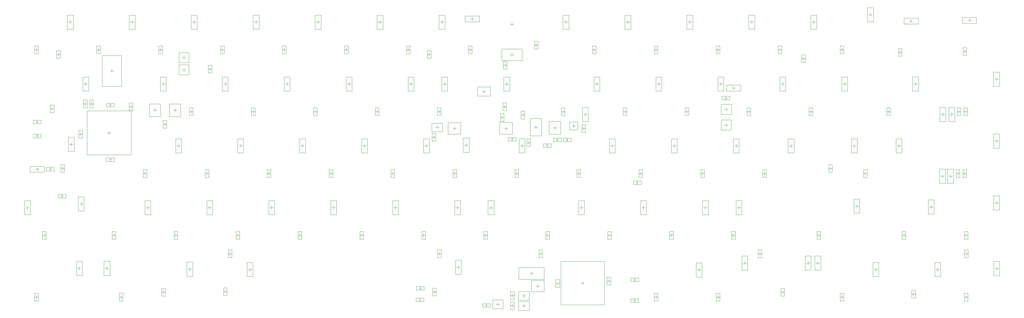
<source format=gbr>
%FSTAX23Y23*%
%MOIN*%
%SFA1B1*%

%IPPOS*%
%ADD146C,0.003937*%
%ADD147C,0.001969*%
%LNquadcube_65_pcb_mechanical_15-1*%
%LPD*%
G54D146*
X1195Y06782D02*
Y06825D01*
X12045Y06782D02*
Y06825D01*
X1195Y06782D02*
X12045D01*
X1195Y06825D02*
X12045D01*
X11979Y06804D02*
X12016D01*
X11998Y06785D02*
Y06822D01*
X11329Y07415D02*
X11373D01*
X11329Y07509D02*
X11373D01*
Y07415D02*
Y07509D01*
X11329Y07415D02*
Y07509D01*
X11351Y07443D02*
Y07481D01*
X11332Y07462D02*
X1137D01*
X14625Y07231D02*
Y0727D01*
X14606Y0725D02*
X14645D01*
X14658Y065D02*
Y0654D01*
X14638Y0652D02*
X14678D01*
X14165Y05829D02*
X14204D01*
X14185Y0581D02*
Y05849D01*
X12747Y05726D02*
Y05765D01*
X12727Y05746D02*
X12766D01*
X06993Y05483D02*
X0703D01*
X07011Y05464D02*
Y05501D01*
X0699Y05436D02*
Y0553D01*
X07033Y05436D02*
Y0553D01*
X0699D02*
X07033D01*
X0699Y05436D02*
X07033D01*
X06245Y05476D02*
X06282D01*
X06263Y05457D02*
Y05495D01*
X06242Y05429D02*
Y05523D01*
X06285Y05429D02*
Y05523D01*
X06242D02*
X06285D01*
X06242Y05429D02*
X06285D01*
X05732Y05417D02*
X05769D01*
X0575Y05398D02*
Y05436D01*
X05729Y0537D02*
Y05464D01*
X05772Y0537D02*
Y05464D01*
X05729D02*
X05772D01*
X05729Y0537D02*
X05772D01*
X14886Y05731D02*
Y05771D01*
X14866Y05751D02*
X14906D01*
X09833Y05758D02*
Y05798D01*
X09813Y05778D02*
X09853D01*
X07311Y05731D02*
Y0577D01*
X07291Y0575D02*
X0733D01*
X11013Y05534D02*
X11057D01*
X11013Y05628D02*
X11057D01*
Y05534D02*
Y05628D01*
X11013Y05534D02*
Y05628D01*
X11035Y05562D02*
Y056D01*
X11016Y05581D02*
X11054D01*
X11633Y0566D02*
X11677D01*
X11633Y05565D02*
X11677D01*
X11633D02*
Y0566D01*
X11677Y05565D02*
Y0566D01*
X11655Y05594D02*
Y05631D01*
X11636Y05613D02*
X11674D01*
X10663Y07243D02*
X10706D01*
X10663Y07337D02*
X10706D01*
Y07243D02*
Y07337D01*
X10663Y07243D02*
Y07337D01*
X10685Y07271D02*
Y07309D01*
X10666Y0729D02*
X10703D01*
X06805Y08135D02*
X06848D01*
X06805Y0823D02*
X06848D01*
Y08135D02*
Y0823D01*
X06805Y08135D02*
Y0823D01*
X06826Y08164D02*
Y08201D01*
X06808Y08183D02*
X06845D01*
X10379Y08275D02*
X10423D01*
X10379Y08181D02*
X10423D01*
X10379D02*
Y08275D01*
X10423Y08181D02*
Y08275D01*
X10401Y08209D02*
Y08247D01*
X10382Y08228D02*
X1042D01*
X10465Y05265D02*
X10508D01*
X10465Y0536D02*
X10508D01*
Y05265D02*
Y0536D01*
X10465Y05265D02*
Y0536D01*
X10487Y05294D02*
Y05331D01*
X10468Y05312D02*
X10505D01*
X1587Y07619D02*
X15913D01*
X1587Y07713D02*
X15913D01*
Y07619D02*
Y07713D01*
X1587Y07619D02*
Y07713D01*
X15891Y07647D02*
Y07685D01*
X15873Y07666D02*
X1591D01*
X15806Y07612D02*
Y07651D01*
X15786Y07631D02*
X15825D01*
X15697Y07612D02*
Y07651D01*
X15678Y07631D02*
X15717D01*
X14458Y08416D02*
X14496D01*
X14477Y08397D02*
Y08435D01*
X14455Y08369D02*
Y08463D01*
X14499Y08369D02*
Y08463D01*
X14455D02*
X14499D01*
X14455Y08369D02*
X14499D01*
X14821Y0882D02*
Y0886D01*
X14802Y0884D02*
X14841D01*
X15792Y06862D02*
Y06901D01*
X15772Y06881D02*
X15812D01*
X15694Y06862D02*
Y06901D01*
X15675Y06881D02*
X15714D01*
X07048Y05989D02*
X07091D01*
X07048Y05894D02*
X07091D01*
X07048D02*
Y05989D01*
X07091Y05894D02*
Y05989D01*
X07069Y05923D02*
Y0596D01*
X07051Y05941D02*
X07088D01*
X13462Y05989D02*
X13505D01*
X13462Y05894D02*
X13505D01*
X13462D02*
Y05989D01*
X13505Y05894D02*
Y05989D01*
X13484Y05923D02*
Y0596D01*
X13465Y05941D02*
X13502D01*
X05604Y07388D02*
Y07428D01*
X05584Y07408D02*
X05624D01*
X11338Y05565D02*
Y05605D01*
X11318Y05585D02*
X11358D01*
X10482Y08704D02*
Y08744D01*
X10462Y08724D02*
X10501D01*
X10311Y0531D02*
Y05349D01*
X10291Y05329D02*
X1033D01*
X09372Y05504D02*
Y05542D01*
X09353Y05523D02*
X0939D01*
X09324Y05545D02*
X09419D01*
X09324Y05501D02*
X09419D01*
Y05545*
X09324Y05501D02*
Y05545D01*
X10468Y05436D02*
X10505D01*
X10487Y05417D02*
Y05454D01*
X10508Y05388D02*
Y05483D01*
X10465Y05388D02*
Y05483D01*
Y05388D02*
X10508D01*
X10465Y05483D02*
X10508D01*
X09369Y05364D02*
Y05401D01*
X0935Y05382D02*
X09387D01*
X09321Y05404D02*
X09416D01*
X09321Y05361D02*
X09416D01*
Y05404*
X09321Y05361D02*
Y05404D01*
X04617Y06481D02*
Y0652D01*
X04597Y065D02*
X04636D01*
X04715Y06968D02*
X04754D01*
X04735Y06948D02*
Y06988D01*
X09584Y05942D02*
X09622D01*
X09603Y05924D02*
Y05961D01*
X09625Y05895D02*
Y0599D01*
X09581Y05895D02*
Y0599D01*
Y05895D02*
X09625D01*
X09581Y0599D02*
X09625D01*
X04687Y07518D02*
Y07562D01*
X04781Y07518D02*
Y07562D01*
X04687Y07518D02*
X04781D01*
X04687Y07562D02*
X04781D01*
X04715Y0754D02*
X04752D01*
X04734Y07521D02*
Y07559D01*
X04687Y07349D02*
Y07392D01*
X04782Y07349D02*
Y07392D01*
X04687Y07349D02*
X04782D01*
X04687Y07392D02*
X04782D01*
X04716Y07371D02*
X04753D01*
X04735Y07352D02*
Y07389D01*
X05572Y07063D02*
Y07107D01*
X05667Y07063D02*
Y07107D01*
X05572Y07063D02*
X05667D01*
X05572Y07107D02*
X05667D01*
X05601Y07085D02*
X05638D01*
X0562Y07066D02*
Y07104D01*
X05667Y07724D02*
Y07767D01*
X05572Y07724D02*
Y07767D01*
X05667*
X05572Y07724D02*
X05667D01*
X05601Y07746D02*
X05638D01*
X0562Y07727D02*
Y07764D01*
X05237Y07439D02*
X0528D01*
X05237Y07345D02*
X0528D01*
X05237D02*
Y07439D01*
X0528Y07345D02*
Y07439D01*
X05258Y07374D02*
Y07411D01*
X0524Y07392D02*
X05277D01*
X10809Y05989D02*
X10852D01*
X10809Y05894D02*
X10852D01*
X10809D02*
Y05989D01*
X10852Y05894D02*
Y05989D01*
X1083Y05923D02*
Y0596D01*
X10812Y05941D02*
X10849D01*
X04968Y08406D02*
X05011D01*
X04968Y08312D02*
X05011D01*
X04968D02*
Y08406D01*
X05011Y08312D02*
Y08406D01*
X0499Y0834D02*
Y08377D01*
X04971Y08359D02*
X05008D01*
X09457Y08406D02*
X095D01*
X09457Y08312D02*
X095D01*
X09457D02*
Y08406D01*
X095Y08312D02*
Y08406D01*
X09479Y0834D02*
Y08377D01*
X0946Y08359D02*
X09498D01*
X15963Y05989D02*
X16006D01*
X15963Y05894D02*
X16006D01*
X15963D02*
Y05989D01*
X16006Y05894D02*
Y05989D01*
X15985Y05923D02*
Y0596D01*
X15966Y05941D02*
X16003D01*
X10143Y07889D02*
Y07929D01*
X10124Y07909D02*
X10163D01*
X10064Y07854D02*
X10222D01*
X10064Y07964D02*
X10222D01*
X10064Y07854D02*
Y07964D01*
X10222Y07854D02*
Y07964D01*
X10437Y0731D02*
Y07353D01*
X10532Y0731D02*
Y07353D01*
X10437Y0731D02*
X10532D01*
X10437Y07353D02*
X10532D01*
X10466Y07331D02*
X10503D01*
X10485Y07312D02*
Y0735D01*
X0614Y07684D02*
X0618D01*
X0616Y07664D02*
Y07703D01*
X06091Y07607D02*
Y0776D01*
X06229Y07607D02*
Y0776D01*
X06091D02*
X06229D01*
X06091Y07607D02*
X06229D01*
X06384Y07684D02*
X06424D01*
X06404Y07664D02*
Y07703D01*
X06335Y07607D02*
Y0776D01*
X06473Y07607D02*
Y0776D01*
X06335D02*
X06473D01*
X06335Y07607D02*
X06473D01*
X09786Y07442D02*
Y07482D01*
X09766Y07462D02*
X09806D01*
X09709Y07531D02*
X09863D01*
X09709Y07393D02*
X09863D01*
Y07531*
X09709Y07393D02*
Y07531D01*
X04987Y0662D02*
Y06663D01*
X05081Y0662D02*
Y06663D01*
X04987Y0662D02*
X05081D01*
X04987Y06663D02*
X05081D01*
X05015Y06641D02*
X05053D01*
X05034Y06623D02*
Y0666D01*
X06259Y07559D02*
X06303D01*
X06259Y07464D02*
X06303D01*
X06259D02*
Y07559D01*
X06303Y07464D02*
Y07559D01*
X06281Y07493D02*
Y0753D01*
X06262Y07511D02*
X063D01*
X05373Y07713D02*
X05416D01*
X05373Y07808D02*
X05416D01*
Y07713D02*
Y07808D01*
X05373Y07713D02*
Y07808D01*
X05394Y07742D02*
Y07779D01*
X05375Y0776D02*
X05413D01*
X05296Y07713D02*
X05339D01*
X05296Y07808D02*
X05339D01*
Y07713D02*
Y07808D01*
X05296Y07713D02*
Y07808D01*
X05317Y07742D02*
Y07779D01*
X05299Y0776D02*
X05336D01*
X0494Y06946D02*
Y0699D01*
X04846Y06946D02*
Y0699D01*
X0494*
X04846Y06946D02*
X0494D01*
X04875Y06968D02*
X04912D01*
X04893Y06949D02*
Y06987D01*
X1586Y06869D02*
X15903D01*
X1586Y06963D02*
X15903D01*
Y06869D02*
Y06963D01*
X1586Y06869D02*
Y06963D01*
X15881Y06897D02*
Y06935D01*
X15863Y06916D02*
X159D01*
X10341Y07549D02*
X10384D01*
X10341Y07643D02*
X10384D01*
Y07549D02*
Y07643D01*
X10341Y07549D02*
Y07643D01*
X10363Y07577D02*
Y07615D01*
X10344Y07596D02*
X10381D01*
X13024Y07809D02*
Y07852D01*
X13119Y07809D02*
Y07852D01*
X13024Y07809D02*
X13119D01*
X13024Y07852D02*
X13119D01*
X13053Y0783D02*
X1309D01*
X13071Y07812D02*
Y07849D01*
X09515Y07402D02*
X09559D01*
X09515Y07308D02*
X09559D01*
X09515D02*
Y07402D01*
X09559Y07308D02*
Y07402D01*
X09537Y07336D02*
Y07374D01*
X09518Y07355D02*
X09556D01*
X13166Y07933D02*
Y07972D01*
X13146Y07952D02*
X13186D01*
X05639Y08138D02*
Y08178D01*
X0562Y08158D02*
X05659D01*
X10719Y05685D02*
Y05724D01*
X10699Y05704D02*
X10739D01*
X10482Y08336D02*
Y08375D01*
X10462Y08356D02*
X10501D01*
X11208Y07492D02*
X11248D01*
X11228Y07472D02*
Y07511D01*
X09577Y07454D02*
Y07494D01*
X09558Y07474D02*
X09597D01*
X09513Y07527D02*
X09641D01*
X09513Y07421D02*
X09641D01*
Y07527*
X09513Y07421D02*
Y07527D01*
X15167Y07231D02*
Y07271D01*
X15148Y07251D02*
X15187D01*
X1474Y06916D02*
X14777D01*
X14758Y06897D02*
Y06935D01*
X14737Y06869D02*
Y06963D01*
X1478Y06869D02*
Y06963D01*
X14737D02*
X1478D01*
X14737Y06869D02*
X1478D01*
X14317Y06975D02*
X14355D01*
X14336Y06956D02*
Y06994D01*
X14314Y06928D02*
Y07022D01*
X14358Y06928D02*
Y07022D01*
X14314D02*
X14358D01*
X14314Y06928D02*
X14358D01*
X14067Y0581D02*
Y05849D01*
X14048Y05829D02*
X14087D01*
X13742Y05475D02*
X13779D01*
X1376Y05456D02*
Y05494D01*
X13739Y05428D02*
Y05522D01*
X13782Y05428D02*
Y05522D01*
X13739D02*
X13782D01*
X13739Y05428D02*
X13782D01*
X13301Y0581D02*
Y05849D01*
X13281Y05829D02*
X1332D01*
X12958Y05416D02*
X12996D01*
X12977Y05397D02*
Y05435D01*
X12955Y05369D02*
Y05463D01*
X12999Y05369D02*
Y05463D01*
X12955D02*
X12999D01*
X12955Y05369D02*
X12999D01*
X06581Y05736D02*
Y05775D01*
X06562Y05755D02*
X06601D01*
X05578Y05747D02*
Y05786D01*
X05559Y05766D02*
X05598D01*
X04708Y05416D02*
X04746D01*
X04727Y05397D02*
Y05435D01*
X04705Y05369D02*
Y05463D01*
X04749Y05369D02*
Y05463D01*
X04705D02*
X04749D01*
X04705Y05369D02*
X04749D01*
X06074Y06481D02*
Y06521D01*
X06054Y06501D02*
X06093D01*
X05646Y06166D02*
X05683D01*
X05665Y06147D02*
Y06185D01*
X05643Y06119D02*
Y06213D01*
X05686Y06119D02*
Y06213D01*
X05643D02*
X05686D01*
X05643Y06119D02*
X05686D01*
X05246Y05746D02*
Y05785D01*
X05226Y05765D02*
X05265D01*
X05145Y07249D02*
Y07288D01*
X05125Y07268D02*
X05165D01*
X04802Y06166D02*
X0484D01*
X04821Y06147D02*
Y06185D01*
X04799Y06119D02*
Y06213D01*
X04843Y06119D02*
Y06213D01*
X04799D02*
X04843D01*
X04799Y06119D02*
X04843D01*
X05026Y06979D02*
X05063D01*
X05045Y0696D02*
Y06998D01*
X05023Y06932D02*
Y07026D01*
X05066Y06932D02*
Y07026D01*
X05023D02*
X05066D01*
X05023Y06932D02*
X05066D01*
X14458Y05416D02*
X14496D01*
X14477Y05397D02*
Y05435D01*
X14455Y05369D02*
Y05463D01*
X14499Y05369D02*
Y05463D01*
X14455D02*
X14499D01*
X14455Y05369D02*
X14499D01*
X15324Y05453D02*
X15362D01*
X15343Y05435D02*
Y05472D01*
X15321Y05406D02*
Y055D01*
X15365Y05406D02*
Y055D01*
X15321D02*
X15365D01*
X15321Y05406D02*
X15365D01*
X15636Y05731D02*
Y05771D01*
X15616Y05751D02*
X15656D01*
X15558Y06491D02*
Y0653D01*
X15538Y0651D02*
X15577D01*
X15208Y06166D02*
X15246D01*
X15227Y06147D02*
Y06185D01*
X15205Y06119D02*
Y06213D01*
X15249Y06119D02*
Y06213D01*
X15205D02*
X15249D01*
X15205Y06119D02*
X15249D01*
X14177Y06166D02*
X14215D01*
X14196Y06147D02*
Y06185D01*
X14174Y06119D02*
Y06213D01*
X14218Y06119D02*
Y06213D01*
X14174D02*
X14218D01*
X14174Y06119D02*
X14218D01*
X12208Y05416D02*
X12246D01*
X12227Y05397D02*
Y05435D01*
X12205Y05369D02*
Y05463D01*
X12249Y05369D02*
Y05463D01*
X12205D02*
X12249D01*
X12205Y05369D02*
X12249D01*
X09524Y0548D02*
X09562D01*
X09543Y05461D02*
Y05499D01*
X09521Y05433D02*
Y05527D01*
X09564Y05433D02*
Y05527D01*
X09521D02*
X09564D01*
X09521Y05433D02*
X09564D01*
X15369Y07982D02*
Y08021D01*
X15349Y08001D02*
X15388D01*
X1502Y07666D02*
X15057D01*
X15038Y07647D02*
Y07685D01*
X15017Y07619D02*
Y07713D01*
X1506Y07619D02*
Y07713D01*
X15017D02*
X1506D01*
X15017Y07619D02*
X1506D01*
X1596Y06166D02*
X15998D01*
X15979Y06147D02*
Y06185D01*
X15957Y06119D02*
Y06213D01*
X16Y06119D02*
Y06213D01*
X15957D02*
X16D01*
X15957Y06119D02*
X16D01*
X16348Y0654D02*
Y06579D01*
X16328Y0656D02*
X16368D01*
X15962Y05414D02*
X16D01*
X15981Y05395D02*
Y05433D01*
X15959Y05367D02*
Y05461D01*
X16002Y05367D02*
Y05461D01*
X15959D02*
X16002D01*
X15959Y05367D02*
X16002D01*
X1635Y05742D02*
Y05781D01*
X1633Y05761D02*
X1637D01*
X10229Y06481D02*
Y0652D01*
X10209Y065D02*
X10249D01*
X10145Y06166D02*
X10182D01*
X10163Y06147D02*
Y06185D01*
X10142Y06119D02*
Y06213D01*
X10185Y06119D02*
Y06213D01*
X10142D02*
X10185D01*
X10142Y06119D02*
X10185D01*
X09395Y06166D02*
X09432D01*
X09413Y06147D02*
Y06185D01*
X09392Y06119D02*
Y06213D01*
X09435Y06119D02*
Y06213D01*
X09392D02*
X09435D01*
X09392Y06119D02*
X09435D01*
X09822Y06481D02*
Y06521D01*
X09803Y06501D02*
X09842D01*
X06822Y06481D02*
Y06521D01*
X06803Y06501D02*
X06842D01*
X06395Y06166D02*
X06432D01*
X06413Y06147D02*
Y06185D01*
X06392Y06119D02*
Y06213D01*
X06435Y06119D02*
Y06213D01*
X06392D02*
X06435D01*
X06392Y06119D02*
X06435D01*
X07145Y06166D02*
X07182D01*
X07163Y06147D02*
Y06185D01*
X07142Y06119D02*
Y06213D01*
X07185Y06119D02*
Y06213D01*
X07142D02*
X07185D01*
X07142Y06119D02*
X07185D01*
X07572Y06481D02*
Y06521D01*
X07553Y06501D02*
X07592D01*
X09072Y06481D02*
Y06521D01*
X09053Y06501D02*
X09092D01*
X08645Y06166D02*
X08682D01*
X08663Y06147D02*
Y06185D01*
X08642Y06119D02*
Y06213D01*
X08685Y06119D02*
Y06213D01*
X08642D02*
X08685D01*
X08642Y06119D02*
X08685D01*
X07895Y06166D02*
X07932D01*
X07913Y06147D02*
Y06185D01*
X07892Y06119D02*
Y06213D01*
X07935Y06119D02*
Y06213D01*
X07892D02*
X07935D01*
X07892Y06119D02*
X07935D01*
X08322Y06481D02*
Y06521D01*
X08303Y06501D02*
X08342D01*
X11322Y06481D02*
Y06521D01*
X11303Y06501D02*
X11342D01*
X10895Y06166D02*
X10932D01*
X10913Y06147D02*
Y06185D01*
X10892Y06119D02*
Y06213D01*
X10935Y06119D02*
Y06213D01*
X10892D02*
X10935D01*
X10892Y06119D02*
X10935D01*
X11645Y06166D02*
X11682D01*
X11663Y06147D02*
Y06185D01*
X11642Y06119D02*
Y06213D01*
X11685Y06119D02*
Y06213D01*
X11642D02*
X11685D01*
X11642Y06119D02*
X11685D01*
X12072Y06481D02*
Y06521D01*
X12053Y06501D02*
X12092D01*
X12822Y06481D02*
Y06521D01*
X12803Y06501D02*
X12842D01*
X12395Y06166D02*
X12432D01*
X12413Y06147D02*
Y06185D01*
X12392Y06119D02*
Y06213D01*
X12435Y06119D02*
Y06213D01*
X12392D02*
X12435D01*
X12392Y06119D02*
X12435D01*
X13145Y06166D02*
X13182D01*
X13163Y06147D02*
Y06185D01*
X13142Y06119D02*
Y06213D01*
X13185Y06119D02*
Y06213D01*
X13142D02*
X13185D01*
X13142Y06119D02*
X13185D01*
X13231Y06482D02*
Y06521D01*
X13211Y06501D02*
X1325D01*
X1226Y07981D02*
Y08021D01*
X1224Y08001D02*
X12279D01*
X1301Y07981D02*
Y08021D01*
X1299Y08001D02*
X13029D01*
X12582Y07666D02*
X1262D01*
X12601Y07647D02*
Y07685D01*
X12579Y07619D02*
Y07713D01*
X12623Y07619D02*
Y07713D01*
X12579D02*
X12623D01*
X12579Y07619D02*
X12623D01*
X13332Y07666D02*
X1337D01*
X13351Y07647D02*
Y07685D01*
X13329Y07619D02*
Y07713D01*
X13373Y07619D02*
Y07713D01*
X13329D02*
X13373D01*
X13329Y07619D02*
X13373D01*
X1376Y07981D02*
Y08021D01*
X1374Y08001D02*
X13779D01*
X14082Y07666D02*
X1412D01*
X14101Y07647D02*
Y07685D01*
X14079Y07619D02*
Y07713D01*
X14123Y07619D02*
Y07713D01*
X14079D02*
X14123D01*
X14079Y07619D02*
X14123D01*
X1451Y07981D02*
Y08021D01*
X1449Y08001D02*
X14529D01*
X12635Y08731D02*
Y08771D01*
X12615Y08751D02*
X12654D01*
X12207Y08416D02*
X12245D01*
X12226Y08397D02*
Y08435D01*
X12204Y08369D02*
Y08463D01*
X12248Y08369D02*
Y08463D01*
X12204D02*
X12248D01*
X12204Y08369D02*
X12248D01*
X12957Y08416D02*
X12995D01*
X12976Y08397D02*
Y08435D01*
X12954Y08369D02*
Y08463D01*
X12998Y08369D02*
Y08463D01*
X12954D02*
X12998D01*
X12954Y08369D02*
X12998D01*
X13385Y08731D02*
Y08771D01*
X13365Y08751D02*
X13404D01*
X14135Y08731D02*
Y08771D01*
X14115Y08751D02*
X14154D01*
X13707Y08416D02*
X13745D01*
X13726Y08397D02*
Y08435D01*
X13704Y08369D02*
Y08463D01*
X13748Y08369D02*
Y08463D01*
X13704D02*
X13748D01*
X13704Y08369D02*
X13748D01*
X13197Y07231D02*
Y07271D01*
X13178Y07251D02*
X13217D01*
X1277Y06916D02*
X12807D01*
X12788Y06897D02*
Y06935D01*
X12767Y06869D02*
Y06963D01*
X1281Y06869D02*
Y06963D01*
X12767D02*
X1281D01*
X12767Y06869D02*
X1281D01*
X1352Y06916D02*
X13557D01*
X13538Y06897D02*
Y06935D01*
X13517Y06869D02*
Y06963D01*
X1356Y06869D02*
Y06963D01*
X13517D02*
X1356D01*
X13517Y06869D02*
X1356D01*
X13862Y07231D02*
Y0727D01*
X13842Y0725D02*
X13881D01*
X12447Y07231D02*
Y07271D01*
X12428Y07251D02*
X12467D01*
X1202Y06916D02*
X12057D01*
X12038Y06897D02*
Y06935D01*
X12017Y06869D02*
Y06963D01*
X1206Y06869D02*
Y06963D01*
X12017D02*
X1206D01*
X12017Y06869D02*
X1206D01*
X1127Y06916D02*
X11307D01*
X11288Y06897D02*
Y06935D01*
X11267Y06869D02*
Y06963D01*
X1131Y06869D02*
Y06963D01*
X11267D02*
X1131D01*
X11267Y06869D02*
X1131D01*
X11697Y07231D02*
Y07271D01*
X11678Y07251D02*
X11717D01*
X05322Y07981D02*
Y08021D01*
X05303Y08001D02*
X05342D01*
X04896Y07698D02*
X04934D01*
X04915Y0768D02*
Y07717D01*
X04893Y07651D02*
Y07746D01*
X04937Y07651D02*
Y07746D01*
X04893D02*
X04937D01*
X04893Y07651D02*
X04937D01*
X08082Y07666D02*
X0812D01*
X08101Y07647D02*
Y07685D01*
X08079Y07619D02*
Y07713D01*
X08123Y07619D02*
Y07713D01*
X08079D02*
X08123D01*
X08079Y07619D02*
X08123D01*
X0851Y07981D02*
Y08021D01*
X0849Y08001D02*
X08529D01*
X08832Y07666D02*
X0887D01*
X08851Y07647D02*
Y07685D01*
X08829Y07619D02*
Y07713D01*
X08873Y07619D02*
Y07713D01*
X08829D02*
X08873D01*
X08829Y07619D02*
X08873D01*
X0926Y07981D02*
Y08021D01*
X0924Y08001D02*
X09279D01*
X0776Y07981D02*
Y08021D01*
X0774Y08001D02*
X07779D01*
X07332Y07666D02*
X0737D01*
X07351Y07647D02*
Y07685D01*
X07329Y07619D02*
Y07713D01*
X07373Y07619D02*
Y07713D01*
X07329D02*
X07373D01*
X07329Y07619D02*
X07373D01*
X06582Y07666D02*
X0662D01*
X06601Y07647D02*
Y07685D01*
X06579Y07619D02*
Y07713D01*
X06623Y07619D02*
Y07713D01*
X06579D02*
X06623D01*
X06579Y07619D02*
X06623D01*
X0701Y07981D02*
Y08021D01*
X0699Y08001D02*
X07029D01*
X07197Y07231D02*
Y07271D01*
X07178Y07251D02*
X07217D01*
X0677Y06916D02*
X06807D01*
X06788Y06897D02*
Y06935D01*
X06767Y06869D02*
Y06963D01*
X0681Y06869D02*
Y06963D01*
X06767D02*
X0681D01*
X06767Y06869D02*
X0681D01*
X0752Y06916D02*
X07557D01*
X07538Y06897D02*
Y06935D01*
X07517Y06869D02*
Y06963D01*
X0756Y06869D02*
Y06963D01*
X07517D02*
X0756D01*
X07517Y06869D02*
X0756D01*
X07947Y07231D02*
Y07271D01*
X07928Y07251D02*
X07967D01*
X06447Y07231D02*
Y07271D01*
X06428Y07251D02*
X06467D01*
X0602Y06916D02*
X06057D01*
X06038Y06897D02*
Y06935D01*
X06017Y06869D02*
Y06963D01*
X0606Y06869D02*
Y06963D01*
X06017D02*
X0606D01*
X06017Y06869D02*
X0606D01*
X09635Y08731D02*
Y08771D01*
X09615Y08751D02*
X09654D01*
X09207Y08416D02*
X09245D01*
X09226Y08397D02*
Y08435D01*
X09204Y08369D02*
Y08463D01*
X09248Y08369D02*
Y08463D01*
X09204D02*
X09248D01*
X09204Y08369D02*
X09248D01*
X08885Y08731D02*
Y08771D01*
X08865Y08751D02*
X08904D01*
X08457Y08416D02*
X08495D01*
X08476Y08397D02*
Y08435D01*
X08454Y08369D02*
Y08463D01*
X08498Y08369D02*
Y08463D01*
X08454D02*
X08498D01*
X08454Y08369D02*
X08498D01*
X07385Y08731D02*
Y08771D01*
X07365Y08751D02*
X07404D01*
X06957Y08416D02*
X06995D01*
X06976Y08397D02*
Y08435D01*
X06954Y08369D02*
Y08463D01*
X06998Y08369D02*
Y08463D01*
X06954D02*
X06998D01*
X06954Y08369D02*
X06998D01*
X08697Y07231D02*
Y07271D01*
X08678Y07251D02*
X08717D01*
X0827Y06916D02*
X08307D01*
X08288Y06897D02*
Y06935D01*
X08267Y06869D02*
Y06963D01*
X0831Y06869D02*
Y06963D01*
X08267D02*
X0831D01*
X08267Y06869D02*
X0831D01*
X0902Y06916D02*
X09057D01*
X09038Y06897D02*
Y06935D01*
X09017Y06869D02*
Y06963D01*
X0906Y06869D02*
Y06963D01*
X09017D02*
X0906D01*
X09017Y06869D02*
X0906D01*
X1052Y06916D02*
X10557D01*
X10538Y06897D02*
Y06935D01*
X10517Y06869D02*
Y06963D01*
X1056Y06869D02*
Y06963D01*
X10517D02*
X1056D01*
X10517Y06869D02*
X1056D01*
X0977Y06916D02*
X09807D01*
X09788Y06897D02*
Y06935D01*
X09767Y06869D02*
Y06963D01*
X0981Y06869D02*
Y06963D01*
X09767D02*
X0981D01*
X09767Y06869D02*
X0981D01*
X09929Y07239D02*
Y07278D01*
X09909Y07258D02*
X09948D01*
X05852Y07725D02*
X05889D01*
X05871Y07706D02*
Y07744D01*
X05849Y07678D02*
Y07772D01*
X05892Y07678D02*
Y07772D01*
X05849D02*
X05892D01*
X05849Y07678D02*
X05892D01*
X0626Y07981D02*
Y08021D01*
X0624Y08001D02*
X06279D01*
X09981Y08791D02*
X1002D01*
X1Y08771D02*
Y08811D01*
X09668Y07981D02*
Y0802D01*
X09648Y08D02*
X09687D01*
X09582Y07666D02*
X0962D01*
X09601Y07647D02*
Y07685D01*
X09579Y07619D02*
Y07713D01*
X09623Y07619D02*
Y07713D01*
X09579D02*
X09623D01*
X09579Y07619D02*
X09623D01*
X10374Y07725D02*
X10411D01*
X10392Y07706D02*
Y07744D01*
X10371Y07678D02*
Y07772D01*
X10414Y07678D02*
Y07772D01*
X10371D02*
X10414D01*
X10371Y07678D02*
X10414D01*
X10419Y07981D02*
Y0802D01*
X10399Y08D02*
X10438D01*
X11832Y07666D02*
X1187D01*
X11851Y07647D02*
Y07685D01*
X11829Y07619D02*
Y07713D01*
X11873Y07619D02*
Y07713D01*
X11829D02*
X11873D01*
X11829Y07619D02*
X11873D01*
X11082Y07666D02*
X1112D01*
X11101Y07647D02*
Y07685D01*
X11079Y07619D02*
Y07713D01*
X11123Y07619D02*
Y07713D01*
X11079D02*
X11123D01*
X11079Y07619D02*
X11123D01*
X1151Y07981D02*
Y08021D01*
X1149Y08001D02*
X11529D01*
X11885Y08731D02*
Y08771D01*
X11865Y08751D02*
X11904D01*
X11457Y08416D02*
X11495D01*
X11476Y08397D02*
Y08435D01*
X11454Y08369D02*
Y08463D01*
X11498Y08369D02*
Y08463D01*
X11454D02*
X11498D01*
X11454Y08369D02*
X11498D01*
X10757Y08471D02*
X10795D01*
X10776Y08452D02*
Y0849D01*
X10754Y08424D02*
Y08518D01*
X10798Y08424D02*
Y08518D01*
X10754D02*
X10798D01*
X10754Y08424D02*
X10798D01*
X11135Y08731D02*
Y08771D01*
X11115Y08751D02*
X11154D01*
X09957Y08416D02*
X09995D01*
X09976Y08397D02*
Y08435D01*
X09954Y08369D02*
Y08463D01*
X09998Y08369D02*
Y08463D01*
X09954D02*
X09998D01*
X09954Y08369D02*
X09998D01*
X07707Y08416D02*
X07745D01*
X07726Y08397D02*
Y08435D01*
X07704Y08369D02*
Y08463D01*
X07748Y08369D02*
Y08463D01*
X07704D02*
X07748D01*
X07704Y08369D02*
X07748D01*
X08135Y08731D02*
Y08771D01*
X08115Y08751D02*
X08154D01*
X06207Y08416D02*
X06245D01*
X06226Y08397D02*
Y08435D01*
X06204Y08369D02*
Y08463D01*
X06248Y08369D02*
Y08463D01*
X06204D02*
X06248D01*
X06204Y08369D02*
X06248D01*
X06635Y08731D02*
Y08771D01*
X06615Y08751D02*
X06654D01*
X05457Y08416D02*
X05495D01*
X05476Y08397D02*
Y08435D01*
X05454Y08369D02*
Y08463D01*
X05498Y08369D02*
Y08463D01*
X05454D02*
X05498D01*
X05454Y08369D02*
X05498D01*
X05885Y08731D02*
Y08771D01*
X05865Y08751D02*
X05904D01*
X04707Y08416D02*
X04745D01*
X04726Y08397D02*
Y08435D01*
X04704Y08369D02*
Y08463D01*
X04748Y08369D02*
Y08463D01*
X04704D02*
X04748D01*
X04704Y08369D02*
X04748D01*
X05135Y08731D02*
Y08771D01*
X05115Y08751D02*
X05154D01*
X13075Y07484D02*
Y07523D01*
X13056Y07503D02*
X13095D01*
X13076Y07674D02*
Y07713D01*
X13057Y07693D02*
X13096D01*
X1399Y08309D02*
X14027D01*
X14008Y0829D02*
Y08327D01*
X1403Y08261D02*
Y08356D01*
X13987Y08261D02*
Y08356D01*
Y08261D02*
X1403D01*
X13987Y08356D02*
X1403D01*
X10604Y07232D02*
Y07271D01*
X10584Y07251D02*
X10624D01*
X1039Y07463D02*
X1043D01*
X1041Y07443D02*
Y07483D01*
X10593Y07672D02*
X10636D01*
X10593Y07577D02*
X10636D01*
X10593D02*
Y07672D01*
X10636Y07577D02*
Y07672D01*
X10615Y07606D02*
Y07643D01*
X10596Y07625D02*
X10633D01*
X10702Y07371D02*
X1084D01*
X10702Y07583D02*
X1084D01*
Y07371D02*
Y07583D01*
X10702Y07371D02*
Y07583D01*
X10771Y07457D02*
Y07497D01*
X10751Y07477D02*
X10791D01*
X11002Y0745D02*
Y0749D01*
X10983Y0747D02*
X11022D01*
X1086Y07233D02*
Y07276D01*
X10954Y07233D02*
Y07276D01*
X1086Y07233D02*
X10954D01*
X1086Y07276D02*
X10954D01*
X10888Y07254D02*
X10926D01*
X10907Y07236D02*
Y07273D01*
X11103Y07302D02*
Y07345D01*
X11197Y07302D02*
Y07345D01*
X11103Y07302D02*
X11197D01*
X11103Y07345D02*
X11197D01*
X11131Y07323D02*
X11169D01*
X1115Y07305D02*
Y07342D01*
X11371Y07611D02*
Y0765D01*
X11351Y0763D02*
X1139D01*
X09447Y07231D02*
Y07271D01*
X09428Y07251D02*
X09467D01*
X05267Y06527D02*
Y06566D01*
X05248Y06547D02*
X05287D01*
X06511Y08153D02*
Y08192D01*
X06492Y08173D02*
X06531D01*
X06511Y08302D02*
Y08341D01*
X06492Y08321D02*
X06531D01*
X15953Y07666D02*
X15991D01*
X15972Y07647D02*
Y07685D01*
X1595Y07619D02*
Y07713D01*
X15994Y07619D02*
Y07713D01*
X1595D02*
X15994D01*
X1595Y07619D02*
X15994D01*
X15943Y06916D02*
X15981D01*
X15962Y06897D02*
Y06935D01*
X1594Y06869D02*
Y06963D01*
X15984Y06869D02*
Y06963D01*
X1594D02*
X15984D01*
X1594Y06869D02*
X15984D01*
X16349Y08039D02*
Y08078D01*
X16329Y08059D02*
X16369D01*
X16347Y0729D02*
Y07329D01*
X16327Y0731D02*
X16367D01*
X15163Y08385D02*
X152D01*
X15182Y08367D02*
Y08404D01*
X1516Y08338D02*
Y08433D01*
X15203Y08338D02*
Y08433D01*
X1516D02*
X15203D01*
X1516Y08338D02*
X15203D01*
X15945Y08395D02*
X15983D01*
X15964Y08376D02*
Y08414D01*
X15942Y08348D02*
Y08442D01*
X15986Y08348D02*
Y08442D01*
X15942D02*
X15986D01*
X15942Y08348D02*
X15986D01*
X15294Y08763D02*
X15333D01*
X15313Y08744D02*
Y08783D01*
X16Y08772D02*
X1604D01*
X1602Y08752D02*
Y08792D01*
X12014Y05605D02*
Y05648D01*
X1192Y05605D02*
Y05648D01*
X12014*
X1192Y05605D02*
X12014D01*
X11948Y05626D02*
X11986D01*
X11967Y05608D02*
Y05645D01*
X1192Y05352D02*
Y05395D01*
X12014Y05352D02*
Y05395D01*
X1192Y05352D02*
X12014D01*
X1192Y05395D02*
X12014D01*
X11948Y05374D02*
X11986D01*
X11967Y05355D02*
Y05392D01*
X10776Y0555D02*
X10815D01*
X10796Y0553D02*
Y05569D01*
X10124Y05294D02*
Y05337D01*
X10218Y05294D02*
Y05337D01*
X10124Y05294D02*
X10218D01*
X10124Y05337D02*
X10218D01*
X10152Y05315D02*
X10189D01*
X10171Y05297D02*
Y05334D01*
X10626Y05289D02*
Y05328D01*
X10607Y05309D02*
X10646D01*
X10626Y05412D02*
Y05451D01*
X10607Y05432D02*
X10646D01*
X10985Y07302D02*
Y07345D01*
X11079Y07302D02*
Y07345D01*
X10985Y07302D02*
X11079D01*
X10985Y07345D02*
X11079D01*
X11013Y07323D02*
X11051D01*
X11032Y07305D02*
Y07342D01*
G54D147*
X1459Y07164D02*
Y07337D01*
Y07164D02*
X14661D01*
X1459Y07337D02*
X14661D01*
Y07164D02*
Y07337D01*
X14623Y06434D02*
Y06606D01*
Y06434D02*
X14693D01*
X14623Y06606D02*
X14693D01*
Y06434D02*
Y06606D01*
X1422Y05743D02*
Y05915D01*
X14149D02*
X1422D01*
X14149Y05743D02*
X1422D01*
X14149D02*
Y05915D01*
X12711Y05659D02*
Y05832D01*
Y05659D02*
X12782D01*
X12711Y05832D02*
X12782D01*
Y05659D02*
Y05832D01*
X14851Y05665D02*
Y05837D01*
Y05665D02*
X14921D01*
X14851Y05837D02*
X14921D01*
Y05665D02*
Y05837D01*
X09798Y05692D02*
Y05864D01*
Y05692D02*
X09869D01*
X09798Y05864D02*
X09869D01*
Y05692D02*
Y05864D01*
X07275Y05664D02*
Y05837D01*
Y05664D02*
X07346D01*
X07275Y05837D02*
X07346D01*
Y05664D02*
Y05837D01*
X1577Y07545D02*
Y07718D01*
Y07545D02*
X15841D01*
X1577Y07718D02*
X15841D01*
Y07545D02*
Y07718D01*
X15662Y07545D02*
Y07718D01*
Y07545D02*
X15733D01*
X15662Y07718D02*
X15733D01*
Y07545D02*
Y07718D01*
X14786Y08754D02*
Y08926D01*
Y08754D02*
X14857D01*
X14786Y08926D02*
X14857D01*
Y08754D02*
Y08926D01*
X15756Y06795D02*
Y06968D01*
Y06795D02*
X15827D01*
X15756Y06968D02*
X15827D01*
Y06795D02*
Y06968D01*
X15659Y06795D02*
Y06968D01*
Y06795D02*
X1573D01*
X15659Y06968D02*
X1573D01*
Y06795D02*
Y06968D01*
X05338Y07674D02*
X0587D01*
X05338Y07142D02*
X0587D01*
Y07674*
X05338Y07142D02*
Y07674D01*
X11074Y05849D02*
X11602D01*
X11074Y05321D02*
X11602D01*
Y05849*
X11074Y05321D02*
Y05849D01*
X10247Y05276D02*
X10375D01*
X10247Y05382D02*
X10375D01*
X10247Y05276D02*
Y05382D01*
X10375Y05276D02*
Y05382D01*
X04581Y06414D02*
Y06587D01*
Y06414D02*
X04652D01*
X04581Y06587D02*
X04652D01*
Y06414D02*
Y06587D01*
X04649Y07003D02*
X04821D01*
X04649Y06933D02*
Y07003D01*
X04821Y06933D02*
Y07003D01*
X04649Y06933D02*
X04821D01*
X1308Y07917D02*
X13252D01*
Y07988*
X1308Y07917D02*
Y07988D01*
X13252*
X05523Y08345D02*
X05755D01*
X05523Y07971D02*
X05755D01*
X05523D02*
Y08345D01*
X05755Y07971D02*
Y08345D01*
X10565Y05775D02*
X10873D01*
X10565Y05633D02*
X10873D01*
Y05775*
X10565Y05633D02*
Y05775D01*
X10358Y08427D02*
X10606D01*
X10358Y08285D02*
X10606D01*
Y08427*
X10358Y08285D02*
Y08427D01*
X11279Y07444D02*
Y07539D01*
X11177Y07444D02*
Y07539D01*
X11279*
X11177Y07444D02*
X11279D01*
X15132Y07165D02*
Y07337D01*
Y07165D02*
X15203D01*
X15132Y07337D02*
X15203D01*
Y07165D02*
Y07337D01*
X14032Y05743D02*
Y05915D01*
Y05743D02*
X14103D01*
X14032Y05915D02*
X14103D01*
Y05743D02*
Y05915D01*
X13265Y05743D02*
Y05915D01*
Y05743D02*
X13336D01*
X13265Y05915D02*
X13336D01*
Y05743D02*
Y05915D01*
X06546Y05669D02*
Y05842D01*
Y05669D02*
X06617D01*
X06546Y05842D02*
X06617D01*
Y05669D02*
Y05842D01*
X05543Y0568D02*
Y05852D01*
Y0568D02*
X05614D01*
X05543Y05852D02*
X05614D01*
Y0568D02*
Y05852D01*
X06038Y06415D02*
Y06587D01*
Y06415D02*
X06109D01*
X06038Y06587D02*
X06109D01*
Y06415D02*
Y06587D01*
X0521Y05679D02*
Y05851D01*
Y05679D02*
X05281D01*
X0521Y05851D02*
X05281D01*
Y05679D02*
Y05851D01*
X0511Y07182D02*
Y07354D01*
Y07182D02*
X05181D01*
X0511Y07354D02*
X05181D01*
Y07182D02*
Y07354D01*
X15601Y05665D02*
Y05837D01*
Y05665D02*
X15671D01*
X15601Y05837D02*
X15671D01*
Y05665D02*
Y05837D01*
X15522Y06424D02*
Y06597D01*
Y06424D02*
X15593D01*
X15522Y06597D02*
X15593D01*
Y06424D02*
Y06597D01*
X15333Y07915D02*
Y08088D01*
Y07915D02*
X15404D01*
X15333Y08088D02*
X15404D01*
Y07915D02*
Y08088D01*
X16312Y06473D02*
Y06646D01*
Y06473D02*
X16383D01*
X16312Y06646D02*
X16383D01*
Y06473D02*
Y06646D01*
X16314Y05675D02*
Y05848D01*
Y05675D02*
X16385D01*
X16314Y05848D02*
X16385D01*
Y05675D02*
Y05848D01*
X10193Y06414D02*
Y06587D01*
Y06414D02*
X10264D01*
X10193Y06587D02*
X10264D01*
Y06414D02*
Y06587D01*
X09787Y06415D02*
Y06587D01*
Y06415D02*
X09858D01*
X09787Y06587D02*
X09858D01*
Y06415D02*
Y06587D01*
X06787Y06415D02*
Y06587D01*
Y06415D02*
X06858D01*
X06787Y06587D02*
X06858D01*
Y06415D02*
Y06587D01*
X07537Y06415D02*
Y06587D01*
Y06415D02*
X07608D01*
X07537Y06587D02*
X07608D01*
Y06415D02*
Y06587D01*
X09037Y06415D02*
Y06587D01*
Y06415D02*
X09108D01*
X09037Y06587D02*
X09108D01*
Y06415D02*
Y06587D01*
X08287Y06415D02*
Y06587D01*
Y06415D02*
X08358D01*
X08287Y06587D02*
X08358D01*
Y06415D02*
Y06587D01*
X11287Y06415D02*
Y06587D01*
Y06415D02*
X11358D01*
X11287Y06587D02*
X11358D01*
Y06415D02*
Y06587D01*
X12037Y06415D02*
Y06587D01*
Y06415D02*
X12108D01*
X12037Y06587D02*
X12108D01*
Y06415D02*
Y06587D01*
X12787Y06415D02*
Y06587D01*
Y06415D02*
X12858D01*
X12787Y06587D02*
X12858D01*
Y06415D02*
Y06587D01*
X13195Y06415D02*
Y06588D01*
Y06415D02*
X13266D01*
X13195Y06588D02*
X13266D01*
Y06415D02*
Y06588D01*
X12224Y07915D02*
Y08087D01*
Y07915D02*
X12295D01*
X12224Y08087D02*
X12295D01*
Y07915D02*
Y08087D01*
X12974Y07915D02*
Y08087D01*
Y07915D02*
X13045D01*
X12974Y08087D02*
X13045D01*
Y07915D02*
Y08087D01*
X13724Y07915D02*
Y08087D01*
Y07915D02*
X13795D01*
X13724Y08087D02*
X13795D01*
Y07915D02*
Y08087D01*
X14474Y07915D02*
Y08087D01*
Y07915D02*
X14545D01*
X14474Y08087D02*
X14545D01*
Y07915D02*
Y08087D01*
X12599Y08665D02*
Y08837D01*
Y08665D02*
X1267D01*
X12599Y08837D02*
X1267D01*
Y08665D02*
Y08837D01*
X13349Y08665D02*
Y08837D01*
Y08665D02*
X1342D01*
X13349Y08837D02*
X1342D01*
Y08665D02*
Y08837D01*
X14099Y08665D02*
Y08837D01*
Y08665D02*
X1417D01*
X14099Y08837D02*
X1417D01*
Y08665D02*
Y08837D01*
X13162Y07165D02*
Y07337D01*
Y07165D02*
X13233D01*
X13162Y07337D02*
X13233D01*
Y07165D02*
Y07337D01*
X13826Y07164D02*
Y07337D01*
Y07164D02*
X13897D01*
X13826Y07337D02*
X13897D01*
Y07164D02*
Y07337D01*
X12412Y07165D02*
Y07337D01*
Y07165D02*
X12483D01*
X12412Y07337D02*
X12483D01*
Y07165D02*
Y07337D01*
X11662Y07165D02*
Y07337D01*
Y07165D02*
X11733D01*
X11662Y07337D02*
X11733D01*
Y07165D02*
Y07337D01*
X05287Y07915D02*
Y08087D01*
Y07915D02*
X05358D01*
X05287Y08087D02*
X05358D01*
Y07915D02*
Y08087D01*
X08474Y07915D02*
Y08087D01*
Y07915D02*
X08545D01*
X08474Y08087D02*
X08545D01*
Y07915D02*
Y08087D01*
X09224Y07915D02*
Y08087D01*
Y07915D02*
X09295D01*
X09224Y08087D02*
X09295D01*
Y07915D02*
Y08087D01*
X07724Y07915D02*
Y08087D01*
Y07915D02*
X07795D01*
X07724Y08087D02*
X07795D01*
Y07915D02*
Y08087D01*
X06974Y07915D02*
Y08087D01*
Y07915D02*
X07045D01*
X06974Y08087D02*
X07045D01*
Y07915D02*
Y08087D01*
X07162Y07165D02*
Y07337D01*
Y07165D02*
X07233D01*
X07162Y07337D02*
X07233D01*
Y07165D02*
Y07337D01*
X07912Y07165D02*
Y07337D01*
Y07165D02*
X07983D01*
X07912Y07337D02*
X07983D01*
Y07165D02*
Y07337D01*
X06412Y07165D02*
Y07337D01*
Y07165D02*
X06483D01*
X06412Y07337D02*
X06483D01*
Y07165D02*
Y07337D01*
X09599Y08665D02*
Y08837D01*
Y08665D02*
X0967D01*
X09599Y08837D02*
X0967D01*
Y08665D02*
Y08837D01*
X08849Y08665D02*
Y08837D01*
Y08665D02*
X0892D01*
X08849Y08837D02*
X0892D01*
Y08665D02*
Y08837D01*
X07349Y08665D02*
Y08837D01*
Y08665D02*
X0742D01*
X07349Y08837D02*
X0742D01*
Y08665D02*
Y08837D01*
X08662Y07165D02*
Y07337D01*
Y07165D02*
X08733D01*
X08662Y07337D02*
X08733D01*
Y07165D02*
Y07337D01*
X09893Y07172D02*
Y07345D01*
Y07172D02*
X09964D01*
X09893Y07345D02*
X09964D01*
Y07172D02*
Y07345D01*
X06224Y07915D02*
Y08087D01*
Y07915D02*
X06295D01*
X06224Y08087D02*
X06295D01*
Y07915D02*
Y08087D01*
X09914Y08826D02*
X10087D01*
X09914Y08755D02*
Y08826D01*
X10087Y08755D02*
Y08826D01*
X09914Y08755D02*
X10087D01*
X09632Y07914D02*
Y08087D01*
Y07914D02*
X09703D01*
X09632Y08087D02*
X09703D01*
Y07914D02*
Y08087D01*
X10383Y07914D02*
Y08087D01*
Y07914D02*
X10454D01*
X10383Y08087D02*
X10454D01*
Y07914D02*
Y08087D01*
X11474Y07915D02*
Y08087D01*
Y07915D02*
X11545D01*
X11474Y08087D02*
X11545D01*
Y07915D02*
Y08087D01*
X11849Y08665D02*
Y08837D01*
Y08665D02*
X1192D01*
X11849Y08837D02*
X1192D01*
Y08665D02*
Y08837D01*
X11099Y08665D02*
Y08837D01*
Y08665D02*
X1117D01*
X11099Y08837D02*
X1117D01*
Y08665D02*
Y08837D01*
X08099Y08665D02*
Y08837D01*
Y08665D02*
X0817D01*
X08099Y08837D02*
X0817D01*
Y08665D02*
Y08837D01*
X06599Y08665D02*
Y08837D01*
Y08665D02*
X0667D01*
X06599Y08837D02*
X0667D01*
Y08665D02*
Y08837D01*
X05849Y08665D02*
Y08837D01*
Y08665D02*
X0592D01*
X05849Y08837D02*
X0592D01*
Y08665D02*
Y08837D01*
X05099Y08665D02*
Y08837D01*
Y08665D02*
X0517D01*
X05099Y08837D02*
X0517D01*
Y08665D02*
Y08837D01*
X13014Y07565D02*
X13136D01*
X13014Y07442D02*
X13136D01*
Y07565*
X13014Y07442D02*
Y07565D01*
X13015Y07755D02*
X13137D01*
X13015Y07632D02*
X13137D01*
Y07755*
X13015Y07632D02*
Y07755D01*
X10568Y07165D02*
Y07338D01*
Y07165D02*
X10639D01*
X10568Y07338D02*
X10639D01*
Y07165D02*
Y07338D01*
X10489Y07392D02*
Y07534D01*
X10331Y07392D02*
Y07534D01*
X10489*
X10331Y07392D02*
X10489D01*
X10932Y07549D02*
X11073D01*
X10932Y07391D02*
X11073D01*
X10932D02*
Y07549D01*
X11073Y07391D02*
Y07549D01*
X11406Y07544D02*
Y07717D01*
X11335D02*
X11406D01*
X11335Y07544D02*
X11406D01*
X11335D02*
Y07717D01*
X09412Y07165D02*
Y07337D01*
Y07165D02*
X09483D01*
X09412Y07337D02*
X09483D01*
Y07165D02*
Y07337D01*
X05232Y06461D02*
Y06633D01*
Y06461D02*
X05303D01*
X05232Y06633D02*
X05303D01*
Y06461D02*
Y06633D01*
X0645Y08112D02*
X06573D01*
X0645Y08234D02*
X06573D01*
Y08112D02*
Y08234D01*
X0645Y08112D02*
Y08234D01*
Y08382D02*
X06573D01*
X0645Y0826D02*
X06573D01*
X0645D02*
Y08382D01*
X06573Y0826D02*
Y08382D01*
X16313Y07972D02*
Y08145D01*
Y07972D02*
X16384D01*
X16313Y08145D02*
X16384D01*
Y07972D02*
Y08145D01*
X16312Y07223D02*
Y07396D01*
Y07223D02*
X16382D01*
X16312Y07396D02*
X16382D01*
Y07223D02*
Y07396D01*
X15227Y08799D02*
X154D01*
X15227Y08728D02*
Y08799D01*
X154Y08728D02*
Y08799D01*
X15227Y08728D02*
X154D01*
X15934Y08808D02*
X16106D01*
X15934Y08737D02*
Y08808D01*
X16106Y08737D02*
Y08808D01*
X15934Y08737D02*
X16106D01*
X10873Y05481D02*
Y05619D01*
X10719Y05481D02*
Y05619D01*
X10873*
X10719Y05481D02*
X10873D01*
X10562Y05255D02*
X1069D01*
X10562Y05362D02*
X1069D01*
X10562Y05255D02*
Y05362D01*
X1069Y05255D02*
Y05362D01*
X10562Y05378D02*
X1069D01*
X10562Y05485D02*
X1069D01*
X10562Y05378D02*
Y05485D01*
X1069Y05378D02*
Y05485D01*
M02*
</source>
